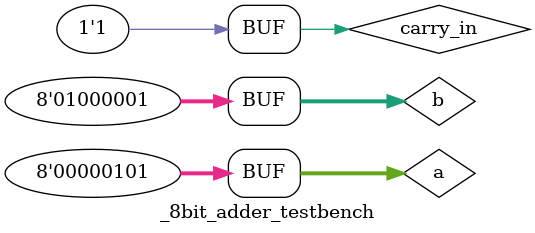
<source format=v>
`define DELAY 20
module _8bit_adder_testbench();
reg [7:0] a, b;
reg carry_in;
wire [7:0] sum;
wire carry_out;

_8bit_adder EAT(sum, carry_out, a, b, carry_in);

initial begin
a = 8'h00; b = 8'h00; carry_in = 1'b0;
#`DELAY;
a = 8'h01; b = 8'h00; carry_in = 1'b0;
#`DELAY;
a = 8'h05; b = 8'h41; carry_in = 1'b1;
end

initial
begin
$monitor("time = %2d, a =%2h, b=%2h, carry_in=%1b, sum=%2h, carry_out=%1b", $time, a, b, carry_in, sum, carry_out);
end
 
endmodule
</source>
